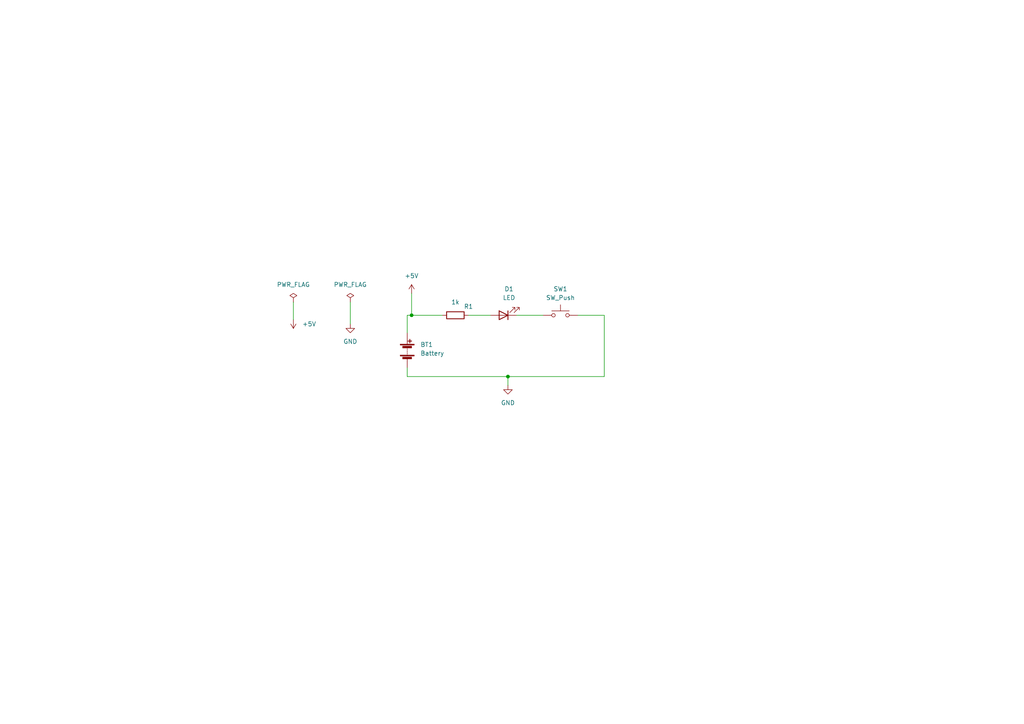
<source format=kicad_sch>
(kicad_sch (version 20211123) (generator eeschema)
  (paper "A4")
  (title_block (title "switch") (rev "0.01") (company "Sike Limited") (comment 1 "Ekeno"))
  (lib_symbols
    (symbol "Device:Battery" (pin_numbers hide) (pin_names (offset 0) hide)
      (property "Reference" "BT" (at 2.54 2.54 0))
      (property "Value" "Battery" (at 2.54 0 0))
      (symbol "Battery_0_1"
        (rectangle (start -2.032 -1.397) (end 2.032 -1.651) (fill (type outline)))
        (rectangle (start -2.032 1.778) (end 2.032 1.524) (fill (type outline)))
        (rectangle (start -1.3208 -1.9812) (end 1.27 -2.4892) (fill (type outline)))
        (rectangle (start -1.3208 1.1938) (end 1.27 0.6858) (fill (type outline)))
        (polyline (pts (xy 0 -1.524) (xy 0 -1.27)))
        (polyline (pts (xy 0 -1.016) (xy 0 -0.762)))
        (polyline (pts (xy 0 -0.508) (xy 0 -0.254)))
        (polyline (pts (xy 0 0) (xy 0 0.254)))
        (polyline (pts (xy 0 0.508) (xy 0 0.762)))
        (polyline (pts (xy 0 1.778) (xy 0 2.54)))
        (polyline (pts (xy 0.254 2.667) (xy 1.27 2.667)) (stroke (width 0.254)))
        (polyline (pts (xy 0.762 3.175) (xy 0.762 2.159)) (stroke (width 0.254)))
      )
      (symbol "Battery_1_1"
        (pin passive line (at 0 5.08 270) (length 2.54) (name "+") (number "1"))
        (pin passive line (at 0 -5.08 90) (length 2.54) (name "-") (number "2"))
      )
    )
    (symbol "Device:LED" (pin_numbers hide) (pin_names (offset 1.016) hide)
      (property "Reference" "D" (at 0 2.54 0))
      (property "Value" "LED" (at 0 -2.54 0))
      (symbol "LED_0_1"
        (polyline (pts (xy -1.27 -1.27) (xy -1.27 1.27)) (stroke (width 0.254)))
        (polyline (pts (xy -1.27 0) (xy 1.27 0)))
        (polyline (pts (xy 1.27 -1.27) (xy 1.27 1.27) (xy -1.27 0) (xy 1.27 -1.27)) (stroke (width 0.254)))
        (polyline (pts (xy -3.048 -0.762) (xy -4.572 -2.286) (xy -3.81 -2.286) (xy -4.572 -2.286) (xy -4.572 -1.524)))
        (polyline (pts (xy -1.778 -0.762) (xy -3.302 -2.286) (xy -2.54 -2.286) (xy -3.302 -2.286) (xy -3.302 -1.524)))
      )
      (symbol "LED_1_1"
        (pin passive line (at -3.81 0 0) (length 2.54) (name "K") (number "1"))
        (pin passive line (at 3.81 0 180) (length 2.54) (name "A") (number "2"))
      )
    )
    (symbol "Device:R" (pin_numbers hide) (pin_names (offset 0))
      (property "Reference" "R" (at 2.032 0 90))
      (property "Value" "R" (at 0 0 90))
      (symbol "R_0_1"
        (rectangle (start -1.016 -2.54) (end 1.016 2.54) (stroke (width 0.254)))
      )
      (symbol "R_1_1"
        (pin passive line (at 0 3.81 270) (length 1.27) (name "~") (number "1"))
        (pin passive line (at 0 -3.81 90) (length 1.27) (name "~") (number "2"))
      )
    )
    (symbol "Switch:SW_Push" (pin_numbers hide) (pin_names (offset 1.016) hide)
      (property "Reference" "SW" (at 1.27 2.54 0))
      (property "Value" "SW_Push" (at 0 -1.524 0))
      (symbol "SW_Push_0_1"
        (circle (center -2.032 0) (radius 0.508))
        (polyline (pts (xy 0 1.27) (xy 0 3.048)))
        (polyline (pts (xy 2.54 1.27) (xy -2.54 1.27)))
        (circle (center 2.032 0) (radius 0.508))
        (pin passive line (at -5.08 0 0) (length 2.54) (name "1") (number "1"))
        (pin passive line (at 5.08 0 180) (length 2.54) (name "2") (number "2"))
      )
    )
    (symbol "power:+5V" (power) (pin_names (offset 0))
      (property "Value" "+5V" (at 0 3.556 0))
      (symbol "+5V_0_1"
        (polyline (pts (xy -0.762 1.27) (xy 0 2.54)))
        (polyline (pts (xy 0 0) (xy 0 2.54)))
        (polyline (pts (xy 0 2.54) (xy 0.762 1.27)))
      )
      (symbol "+5V_1_1"
        (pin power_in line (at 0 0 90) (length 0) hide (name "+5V") (number "1"))
      )
    )
    (symbol "power:GND" (power) (pin_names (offset 0))
      (property "Value" "GND" (at 0 -3.81 0))
      (symbol "GND_0_1"
        (polyline (pts (xy 0 0) (xy 0 -1.27) (xy 1.27 -1.27) (xy 0 -2.54) (xy -1.27 -1.27) (xy 0 -1.27)))
      )
      (symbol "GND_1_1"
        (pin power_in line (at 0 0 270) (length 0) hide (name "GND") (number "1"))
      )
    )
    (symbol "power:PWR_FLAG" (power) (pin_numbers hide) (pin_names (offset 0) hide)
      (property "Value" "PWR_FLAG" (at 0 3.81 0))
      (symbol "PWR_FLAG_0_0"
        (pin power_out line (at 0 0 90) (length 0) (name "pwr") (number "1"))
      )
      (symbol "PWR_FLAG_0_1"
        (polyline (pts (xy 0 0) (xy 0 1.27) (xy -1.016 1.905) (xy 0 2.54) (xy 1.016 1.905) (xy 0 1.27)))
      )
    )
  )
  (junction (at 119.38 91.44))
  (junction (at 147.32 109.22))
  (wire (pts (xy 101.6 87.63) (xy 101.6 93.98)))
  (wire (pts (xy 175.26 91.44) (xy 175.26 109.22)))
  (wire (pts (xy 128.27 91.44) (xy 119.38 91.44)))
  (wire (pts (xy 135.89 91.44) (xy 142.24 91.44)))
  (wire (pts (xy 85.09 87.63) (xy 85.09 92.71)))
  (wire (pts (xy 149.86 91.44) (xy 157.48 91.44)))
  (wire (pts (xy 167.64 91.44) (xy 175.26 91.44)))
  (wire (pts (xy 118.11 109.22) (xy 118.11 106.68)))
  (wire (pts (xy 119.38 85.09) (xy 119.38 91.44)))
  (wire (pts (xy 119.38 91.44) (xy 118.11 91.44)))
  (wire (pts (xy 118.11 91.44) (xy 118.11 96.52)))
  (wire (pts (xy 147.32 109.22) (xy 118.11 109.22)))
  (wire (pts (xy 175.26 109.22) (xy 147.32 109.22)))
  (wire (pts (xy 147.32 109.22) (xy 147.32 111.76)))
  (symbol (lib_id "power:GND") (at 147.32 111.76 0) (unit 1)
    (property "Reference" "#PWR01" (effects hide))
    (property "Value" "GND" (at 147.32 116.84 0))
  )
  (symbol (lib_id "power:PWR_FLAG") (at 85.09 87.63 0) (unit 1)
    (property "Reference" "#FLG01" (effects hide))
    (property "Value" "PWR_FLAG" (at 85.09 82.55 0))
  )
  (symbol (lib_id "power:+5V") (at 119.38 85.09 0) (unit 1)
    (property "Reference" "#PWR04" (effects hide))
    (property "Value" "+5V" (at 119.38 80.01 0))
  )
  (symbol (lib_id "Device:LED") (at 146.05 91.44 180) (unit 1)
    (property "Reference" "D1" (at 147.6375 83.82 0))
    (property "Value" "LED" (at 147.6375 86.36 0))
    (property "Footprint" "LED_SMD:LED_1206_3216Metric" (effects hide))
  )
  (symbol (lib_id "power:GND") (at 101.6 93.98 0) (unit 1)
    (property "Reference" "#PWR02" (effects hide))
    (property "Value" "GND" (at 101.6 99.06 0))
  )
  (symbol (lib_id "Device:R") (at 132.08 91.44 90) (unit 1)
    (property "Reference" "R1" (at 135.89 88.9 90))
    (property "Value" "1k" (at 132.08 87.63 90))
    (property "Footprint" "Resistor_SMD:R_0612_1632Metric" (effects hide))
  )
  (symbol (lib_id "power:PWR_FLAG") (at 101.6 87.63 0) (unit 1)
    (property "Reference" "#FLG0101" (effects hide))
    (property "Value" "PWR_FLAG" (at 101.6 82.55 0))
  )
  (symbol (lib_id "Switch:SW_Push") (at 162.56 91.44 0) (unit 1)
    (property "Reference" "SW1" (at 162.56 83.82 0))
    (property "Value" "SW_Push" (at 162.56 86.36 0))
    (property "Footprint" "Button_Switch_SMD:Panasonic_EVQPUK_EVQPUB" (effects hide))
  )
  (symbol (lib_id "Device:Battery") (at 118.11 101.6 0) (unit 1)
    (property "Reference" "BT1" (at 121.92 99.9489 0) (effects (justify left)))
    (property "Value" "Battery" (at 121.92 102.4889 0) (effects (justify left)))
    (property "Footprint" "Battery:BatteryHolder_Keystone_107_1x23mm" (effects hide))
  )
  (symbol (lib_id "power:+5V") (at 85.09 92.71 180) (unit 1)
    (property "Reference" "#PWR03" (effects hide))
    (property "Value" "+5V" (at 87.63 93.9799 0) (effects (justify right)))
  )
)
</source>
